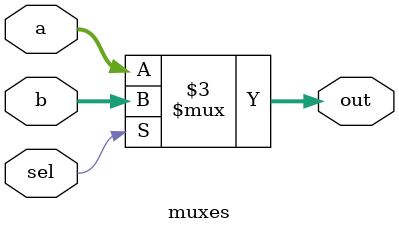
<source format=sv>
module muxes (
    input logic [31:0] a, b, // Inputs to the mux
    input logic sel,          // Select signal
    output logic [31:0] out   // Output of the mux
);
    always_comb begin
        if (sel) begin
            out = b; // If sel is high, output b
        end else begin
            out = a; // If sel is low, output a
        end
    end
endmodule
</source>
